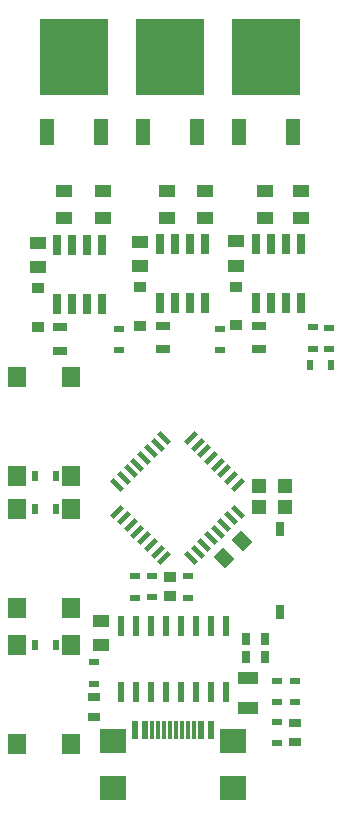
<source format=gtp>
G04*
G04 #@! TF.GenerationSoftware,Altium Limited,Altium Designer,21.3.2 (30)*
G04*
G04 Layer_Color=8421504*
%FSTAX24Y24*%
%MOIN*%
G70*
G04*
G04 #@! TF.SameCoordinates,BF0EC633-498B-4F46-9C25-626D02BDF3A5*
G04*
G04*
G04 #@! TF.FilePolarity,Positive*
G04*
G01*
G75*
%ADD22R,0.0591X0.0709*%
%ADD23R,0.0354X0.0236*%
%ADD24R,0.0236X0.0354*%
%ADD25R,0.0709X0.0394*%
%ADD26R,0.0315X0.0472*%
%ADD27R,0.0315X0.0394*%
%ADD28R,0.0394X0.0354*%
%ADD29R,0.0394X0.0315*%
G04:AMPARAMS|DCode=30|XSize=51.2mil|YSize=15.7mil|CornerRadius=0mil|HoleSize=0mil|Usage=FLASHONLY|Rotation=135.000|XOffset=0mil|YOffset=0mil|HoleType=Round|Shape=Rectangle|*
%AMROTATEDRECTD30*
4,1,4,0.0237,-0.0125,0.0125,-0.0237,-0.0237,0.0125,-0.0125,0.0237,0.0237,-0.0125,0.0*
%
%ADD30ROTATEDRECTD30*%

%ADD31R,0.0551X0.0433*%
%ADD32R,0.0236X0.0701*%
%ADD33R,0.0492X0.0453*%
G04:AMPARAMS|DCode=34|XSize=51.2mil|YSize=15.7mil|CornerRadius=0mil|HoleSize=0mil|Usage=FLASHONLY|Rotation=225.000|XOffset=0mil|YOffset=0mil|HoleType=Round|Shape=Rectangle|*
%AMROTATEDRECTD34*
4,1,4,0.0125,0.0237,0.0237,0.0125,-0.0125,-0.0237,-0.0237,-0.0125,0.0125,0.0237,0.0*
%
%ADD34ROTATEDRECTD34*%

%ADD35R,0.0472X0.0300*%
%ADD36R,0.0550X0.0394*%
%ADD37R,0.0283X0.0701*%
%ADD38R,0.0118X0.0591*%
%ADD39R,0.0236X0.0591*%
%ADD40R,0.0858X0.0787*%
%ADD41R,0.0472X0.0866*%
%ADD42R,0.2283X0.2520*%
%ADD43R,0.0402X0.0346*%
G04:AMPARAMS|DCode=44|XSize=43.3mil|YSize=55.1mil|CornerRadius=0mil|HoleSize=0mil|Usage=FLASHONLY|Rotation=45.000|XOffset=0mil|YOffset=0mil|HoleType=Round|Shape=Rectangle|*
%AMROTATEDRECTD44*
4,1,4,0.0042,-0.0348,-0.0348,0.0042,-0.0042,0.0348,0.0348,-0.0042,0.0042,-0.0348,0.0*
%
%ADD44ROTATEDRECTD44*%

D22*
X0367Y0192D02*
D03*
X0385D02*
D03*
X0367Y0225D02*
D03*
X0385Y0225D02*
D03*
X0367Y02815D02*
D03*
X0385D02*
D03*
X0367Y03145D02*
D03*
X0385D02*
D03*
X0385Y02705D02*
D03*
X0367Y02705D02*
D03*
X0385Y02375D02*
D03*
X0367D02*
D03*
D23*
X04655Y033095D02*
D03*
X04655Y03238D02*
D03*
X04535Y01995D02*
D03*
X04535Y019235D02*
D03*
X04535Y021315D02*
D03*
X04535Y0206D02*
D03*
X04595Y021315D02*
D03*
X04595Y0206D02*
D03*
X0401Y032335D02*
D03*
X0401Y03305D02*
D03*
X04345Y032335D02*
D03*
X04345Y03305D02*
D03*
X04711Y032365D02*
D03*
X04711Y03308D02*
D03*
X0424Y024085D02*
D03*
X0424Y0248D02*
D03*
X039249Y021927D02*
D03*
X039249Y021212D02*
D03*
X040647Y024087D02*
D03*
X040647Y024802D02*
D03*
X0412Y024815D02*
D03*
X0412Y0241D02*
D03*
D24*
X046465Y03184D02*
D03*
X04718Y03184D02*
D03*
X037295Y02815D02*
D03*
X03801Y02815D02*
D03*
X037295Y0225D02*
D03*
X03801Y0225D02*
D03*
X037295Y02705D02*
D03*
X03801Y02705D02*
D03*
D25*
X0444Y021392D02*
D03*
Y020408D02*
D03*
D26*
X04545Y026378D02*
D03*
Y023622D02*
D03*
D27*
X04432Y0227D02*
D03*
X04498D02*
D03*
X04432Y0221D02*
D03*
X04498D02*
D03*
D28*
X0418Y024135D02*
D03*
Y024765D02*
D03*
D29*
X04595Y01992D02*
D03*
Y01926D02*
D03*
X039259Y020757D02*
D03*
X039259Y020097D02*
D03*
D30*
X040268Y028068D02*
D03*
X040046Y027845D02*
D03*
X040491Y028291D02*
D03*
X040714Y028514D02*
D03*
X040936Y028736D02*
D03*
X041159Y028959D02*
D03*
X041382Y029182D02*
D03*
X041605Y029404D02*
D03*
X044054Y026955D02*
D03*
X043832Y026732D02*
D03*
X043609Y026509D02*
D03*
X043386Y026286D02*
D03*
X043164Y026064D02*
D03*
X042941Y025841D02*
D03*
X042718Y025618D02*
D03*
X042495Y025396D02*
D03*
D31*
X0395Y022496D02*
D03*
Y023304D02*
D03*
X03739Y035904D02*
D03*
Y035096D02*
D03*
X0408Y035954D02*
D03*
Y035146D02*
D03*
X044Y035957D02*
D03*
Y03515D02*
D03*
D32*
X04065Y02095D02*
D03*
X04115D02*
D03*
X04165D02*
D03*
X04315D02*
D03*
X04365Y02095D02*
D03*
X04015Y02315D02*
D03*
X04065D02*
D03*
X04115D02*
D03*
X04165D02*
D03*
X04215Y02315D02*
D03*
X04265Y02315D02*
D03*
X04315D02*
D03*
X04365D02*
D03*
X04015Y02095D02*
D03*
X04265D02*
D03*
X04215Y02095D02*
D03*
D33*
X045633Y027794D02*
D03*
X045633Y027106D02*
D03*
X044767D02*
D03*
X044767Y027794D02*
D03*
D34*
X041605Y025396D02*
D03*
X041382Y025618D02*
D03*
X041159Y025841D02*
D03*
X040936Y026064D02*
D03*
X040714Y026286D02*
D03*
X040491Y026509D02*
D03*
X040268Y026732D02*
D03*
X040046Y026955D02*
D03*
X042495Y029404D02*
D03*
X042718Y029182D02*
D03*
X042941Y028959D02*
D03*
X043164Y028736D02*
D03*
X043386Y028514D02*
D03*
X043609Y028291D02*
D03*
X043832Y028068D02*
D03*
X044054Y027845D02*
D03*
D35*
X03814Y0331D02*
D03*
Y03231D02*
D03*
X04155Y03236D02*
D03*
Y03315D02*
D03*
X04475Y03236D02*
D03*
Y03315D02*
D03*
D36*
X03825Y03765D02*
D03*
Y03675D02*
D03*
X03955Y03765D02*
D03*
Y03675D02*
D03*
X04295D02*
D03*
Y03765D02*
D03*
X04495Y03675D02*
D03*
Y03765D02*
D03*
X04615Y03675D02*
D03*
Y03765D02*
D03*
X0417Y03675D02*
D03*
Y03765D02*
D03*
D37*
X04145Y033912D02*
D03*
X04195D02*
D03*
X04245D02*
D03*
X04295D02*
D03*
X04295Y035888D02*
D03*
X04245Y035888D02*
D03*
X04195Y035888D02*
D03*
X04145Y035888D02*
D03*
X04465Y033912D02*
D03*
X04515D02*
D03*
X04565D02*
D03*
X04615D02*
D03*
Y035888D02*
D03*
X04565Y035888D02*
D03*
X04515Y035888D02*
D03*
X04465Y035888D02*
D03*
X03804Y033862D02*
D03*
X03854D02*
D03*
X03904D02*
D03*
X03954D02*
D03*
X03954Y035838D02*
D03*
X03904Y035838D02*
D03*
X03854Y035838D02*
D03*
X03804Y035838D02*
D03*
D38*
X042195Y019683D02*
D03*
X041211D02*
D03*
X042589D02*
D03*
X041408D02*
D03*
X042392D02*
D03*
X041605D02*
D03*
X041802Y019683D02*
D03*
X041998D02*
D03*
D39*
X04064Y019683D02*
D03*
X040955D02*
D03*
X042845D02*
D03*
X04316D02*
D03*
D40*
X039888Y019297D02*
D03*
X043912D02*
D03*
X039888Y01775D02*
D03*
X043912D02*
D03*
D41*
X037702Y03961D02*
D03*
X039498D02*
D03*
X040902D02*
D03*
X042698D02*
D03*
X044102D02*
D03*
X045898D02*
D03*
D42*
X0386Y042091D02*
D03*
X0418D02*
D03*
X045D02*
D03*
D43*
X03739Y033113D02*
D03*
Y0344D02*
D03*
X0408Y033156D02*
D03*
Y034444D02*
D03*
X044Y033163D02*
D03*
Y03445D02*
D03*
D44*
X043615Y025415D02*
D03*
X044185Y025985D02*
D03*
M02*

</source>
